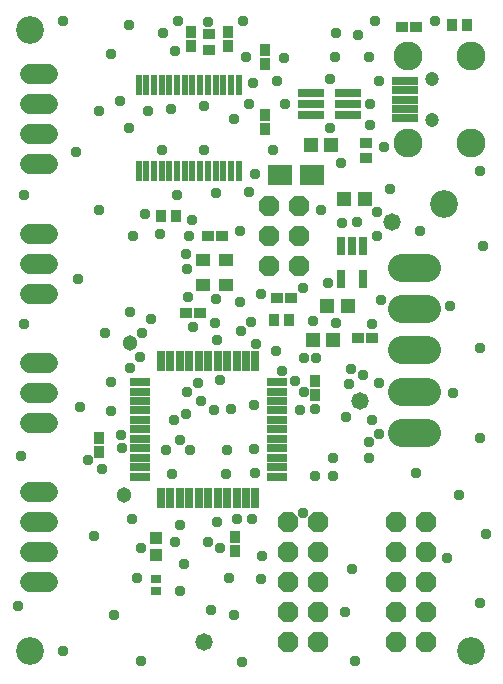
<source format=gbr>
G04 EAGLE Gerber RS-274X export*
G75*
%MOMM*%
%FSLAX34Y34*%
%LPD*%
%INSoldermask Top*%
%IPPOS*%
%AMOC8*
5,1,8,0,0,1.08239X$1,22.5*%
G01*
%ADD10C,2.353200*%
%ADD11R,0.603200X1.703200*%
%ADD12C,1.203200*%
%ADD13C,2.453200*%
%ADD14R,2.203200X0.703200*%
%ADD15P,1.869504X8X112.500000*%
%ADD16R,0.903200X1.103200*%
%ADD17R,0.943200X1.128200*%
%ADD18R,1.128200X0.943200*%
%ADD19R,1.703200X0.703200*%
%ADD20R,0.703200X1.703200*%
%ADD21R,2.153200X1.703200*%
%ADD22R,1.103200X0.903200*%
%ADD23R,1.203200X1.303200*%
%ADD24R,1.303200X1.103200*%
%ADD25R,1.253200X1.283200*%
%ADD26R,0.803200X1.611200*%
%ADD27C,1.711200*%
%ADD28R,2.203200X0.803200*%
%ADD29P,1.852186X8X292.500000*%
%ADD30C,1.303200*%
%ADD31C,1.473200*%
%ADD32R,1.003200X1.003200*%
%ADD33R,0.903200X0.803200*%
%ADD34C,2.336800*%
%ADD35C,0.959600*%


D10*
X27940Y25400D03*
X27940Y551180D03*
X401320Y25400D03*
X378460Y403860D03*
D11*
X120310Y432380D03*
X126810Y432380D03*
X133310Y432380D03*
X139810Y432380D03*
X146310Y432380D03*
X152810Y432380D03*
X159310Y432380D03*
X165810Y432380D03*
X172310Y432380D03*
X178810Y432380D03*
X185310Y432380D03*
X191810Y432380D03*
X198310Y432380D03*
X204810Y432380D03*
X204810Y504880D03*
X198310Y504880D03*
X191810Y504880D03*
X185310Y504880D03*
X178810Y504880D03*
X172310Y504880D03*
X165810Y504880D03*
X159310Y504880D03*
X152810Y504880D03*
X146310Y504880D03*
X139810Y504880D03*
X133310Y504880D03*
X126810Y504880D03*
X120310Y504880D03*
D12*
X368460Y475110D03*
X368460Y510110D03*
D13*
X401460Y456110D03*
X401460Y529110D03*
X348460Y456110D03*
X348460Y529110D03*
D14*
X345960Y492610D03*
X345960Y484610D03*
X345960Y500610D03*
X345960Y508610D03*
X345960Y476610D03*
D15*
X255672Y351432D03*
X230272Y351432D03*
X255672Y376832D03*
X230272Y376832D03*
X255672Y402232D03*
X230272Y402232D03*
D16*
X247432Y305948D03*
X234432Y305948D03*
D17*
X269934Y242402D03*
X269934Y254402D03*
D18*
X172150Y312098D03*
X160150Y312098D03*
D17*
X202036Y122318D03*
X202036Y110318D03*
D18*
X190644Y377122D03*
X178644Y377122D03*
D17*
X86762Y194396D03*
X86762Y206396D03*
D19*
X121070Y253360D03*
X121070Y245360D03*
X121070Y237360D03*
X121070Y229360D03*
X121070Y221360D03*
X121070Y213360D03*
X121070Y205360D03*
X121070Y197360D03*
X121070Y189360D03*
X121070Y181360D03*
X121070Y173360D03*
D20*
X139070Y155360D03*
X147070Y155360D03*
X155070Y155360D03*
X163070Y155360D03*
X171070Y155360D03*
X179070Y155360D03*
X187070Y155360D03*
X195070Y155360D03*
X203070Y155360D03*
X211070Y155360D03*
X219070Y155360D03*
D19*
X237070Y173360D03*
X237070Y181360D03*
X237070Y189360D03*
X237070Y197360D03*
X237070Y205360D03*
X237070Y213360D03*
X237070Y221360D03*
X237070Y229360D03*
X237070Y237360D03*
X237070Y245360D03*
X237070Y253360D03*
D20*
X219070Y271360D03*
X211070Y271360D03*
X203070Y271360D03*
X195070Y271360D03*
X187070Y271360D03*
X179070Y271360D03*
X171070Y271360D03*
X163070Y271360D03*
X155070Y271360D03*
X147070Y271360D03*
X139070Y271360D03*
D17*
X195890Y537720D03*
X195890Y549720D03*
X164648Y537720D03*
X164648Y549720D03*
D21*
X267270Y428470D03*
X239770Y428470D03*
D16*
X152108Y394414D03*
X139108Y394414D03*
D22*
X312820Y456090D03*
X312820Y443090D03*
D17*
X227260Y479550D03*
X227260Y467550D03*
X227260Y522480D03*
X227260Y534480D03*
D23*
X266390Y453950D03*
X283390Y453950D03*
D18*
X343320Y554065D03*
X355320Y554065D03*
D22*
X179664Y547774D03*
X179664Y534774D03*
D16*
X385390Y555449D03*
X398390Y555449D03*
D24*
X174404Y356702D03*
X174404Y335702D03*
X194404Y335702D03*
X194404Y356702D03*
D25*
X297548Y317500D03*
X280048Y317500D03*
D26*
X310490Y368370D03*
X300990Y368370D03*
X291490Y368370D03*
X291490Y340290D03*
X310490Y340290D03*
D25*
X294018Y408686D03*
X311518Y408686D03*
D18*
X305658Y290322D03*
X317658Y290322D03*
D27*
X43100Y378460D02*
X28020Y378460D01*
X28020Y353060D02*
X43100Y353060D01*
X43100Y327660D02*
X28020Y327660D01*
X28020Y269240D02*
X43100Y269240D01*
X43100Y243840D02*
X28020Y243840D01*
X28020Y218440D02*
X43100Y218440D01*
D28*
X266440Y498450D03*
X266440Y488950D03*
X266440Y479450D03*
X297440Y479450D03*
X297440Y488950D03*
X297440Y498450D03*
D23*
X267852Y289306D03*
X284852Y289306D03*
D18*
X249472Y324612D03*
X237472Y324612D03*
D27*
X43100Y514350D02*
X28020Y514350D01*
X28020Y488950D02*
X43100Y488950D01*
X43100Y463550D02*
X28020Y463550D01*
X28020Y438150D02*
X43100Y438150D01*
D29*
X271780Y134620D03*
X246380Y134620D03*
X271780Y109220D03*
X246380Y109220D03*
X271780Y83820D03*
X246380Y83820D03*
X271780Y58420D03*
X246380Y58420D03*
X271780Y33020D03*
X246380Y33020D03*
D30*
X112776Y286766D03*
X107950Y157480D03*
D27*
X43100Y160020D02*
X28020Y160020D01*
X28020Y134620D02*
X43100Y134620D01*
X43100Y109220D02*
X28020Y109220D01*
X28020Y83820D02*
X43100Y83820D01*
D29*
X363220Y134620D03*
X337820Y134620D03*
X363220Y109220D03*
X337820Y109220D03*
X363220Y83820D03*
X337820Y83820D03*
X363220Y58420D03*
X337820Y58420D03*
X363220Y33020D03*
X337820Y33020D03*
D31*
X334772Y388620D03*
X307594Y237490D03*
X175260Y33020D03*
D32*
X134620Y106800D03*
X134620Y121800D03*
D33*
X134620Y76280D03*
X134620Y86280D03*
D34*
X343232Y210160D02*
X364568Y210160D01*
X364568Y245160D02*
X343232Y245160D01*
X343232Y280160D02*
X364568Y280160D01*
X364568Y315160D02*
X343232Y315160D01*
X343232Y350160D02*
X364568Y350160D01*
D35*
X324104Y508508D03*
X166116Y299720D03*
X186944Y289052D03*
X280416Y337566D03*
X252984Y254000D03*
X22860Y302260D03*
X20320Y190500D03*
X22860Y411480D03*
X55880Y25400D03*
X121920Y17400D03*
X207740Y16400D03*
X303784Y16924D03*
X294640Y58420D03*
X408940Y66040D03*
X381000Y104140D03*
X408940Y205740D03*
X411480Y368300D03*
X96774Y253492D03*
X208280Y558800D03*
X55880Y558800D03*
X175260Y449580D03*
X370840Y558800D03*
X237744Y508508D03*
X164084Y195580D03*
X184404Y230124D03*
X114300Y137160D03*
X99060Y55880D03*
X17780Y63500D03*
X68580Y340360D03*
X70612Y232664D03*
X200660Y55880D03*
X223520Y86360D03*
X112776Y312420D03*
X115316Y376936D03*
X322072Y376936D03*
X332740Y416560D03*
X97028Y531368D03*
X67564Y448056D03*
X86360Y398780D03*
X217932Y233680D03*
X154940Y76200D03*
X414020Y124460D03*
X151384Y117856D03*
X82296Y123444D03*
X203200Y137160D03*
X106172Y197612D03*
X163068Y376936D03*
X205740Y381000D03*
X206248Y321056D03*
X162052Y325628D03*
X408940Y281940D03*
X284480Y173990D03*
X391160Y157480D03*
X386080Y243840D03*
X383540Y317500D03*
X259334Y333248D03*
X219710Y285750D03*
X121412Y274828D03*
X91440Y294640D03*
X300736Y95504D03*
X408940Y431800D03*
X244348Y488696D03*
X216916Y506984D03*
X233680Y449580D03*
X218440Y429260D03*
X185420Y323596D03*
X317500Y302260D03*
X287528Y303276D03*
X223520Y327660D03*
X189484Y113284D03*
X153924Y558800D03*
X175260Y487172D03*
X200660Y476504D03*
X147828Y484632D03*
X86360Y482600D03*
X139700Y449580D03*
X211328Y528828D03*
X213868Y489204D03*
X286512Y528828D03*
X243332Y527812D03*
X282448Y510032D03*
X256540Y229616D03*
X148844Y175260D03*
X195072Y195580D03*
X194564Y175260D03*
X189484Y255016D03*
X320040Y558800D03*
X314960Y528320D03*
X291592Y438912D03*
X322072Y397256D03*
X161544Y349504D03*
X323596Y252984D03*
X325120Y322580D03*
X358140Y381000D03*
X327660Y452120D03*
X354838Y176530D03*
X298704Y251460D03*
X165608Y390398D03*
X274320Y398780D03*
X112268Y468376D03*
X112268Y555752D03*
X281940Y468376D03*
X299720Y264160D03*
X179246Y558584D03*
X309880Y259080D03*
X152400Y411480D03*
X170180Y252730D03*
X138176Y378968D03*
X161290Y245110D03*
X155448Y204216D03*
X125476Y395732D03*
X206746Y296672D03*
X224536Y106172D03*
X122428Y112776D03*
X185420Y413512D03*
X198120Y230632D03*
X323596Y209804D03*
X317500Y220980D03*
X149860Y220980D03*
X154940Y132080D03*
X159004Y99060D03*
X181102Y60706D03*
X179070Y117602D03*
X160020Y226060D03*
X296164Y223520D03*
X314960Y189484D03*
X315214Y202692D03*
X236220Y279400D03*
X218186Y196342D03*
X213360Y414020D03*
X88900Y179672D03*
X104140Y491236D03*
X315976Y470916D03*
X315976Y488696D03*
X128524Y483108D03*
X140850Y548668D03*
X150876Y533400D03*
X306324Y547624D03*
X304800Y388620D03*
X292608Y388112D03*
X286992Y548668D03*
X160476Y362136D03*
X122936Y295148D03*
X172720Y237744D03*
X186680Y135118D03*
X96520Y228600D03*
X118872Y87884D03*
X197104Y87884D03*
X260096Y244602D03*
X259588Y142240D03*
X284480Y189230D03*
X270408Y273812D03*
X184912Y303784D03*
X268224Y304800D03*
X215392Y304292D03*
X77216Y187452D03*
X260604Y273812D03*
X130556Y306832D03*
X143764Y196088D03*
X218694Y176784D03*
X241300Y263144D03*
X269240Y173990D03*
X269380Y230886D03*
X112908Y265552D03*
X105146Y208788D03*
X215900Y137160D03*
M02*

</source>
